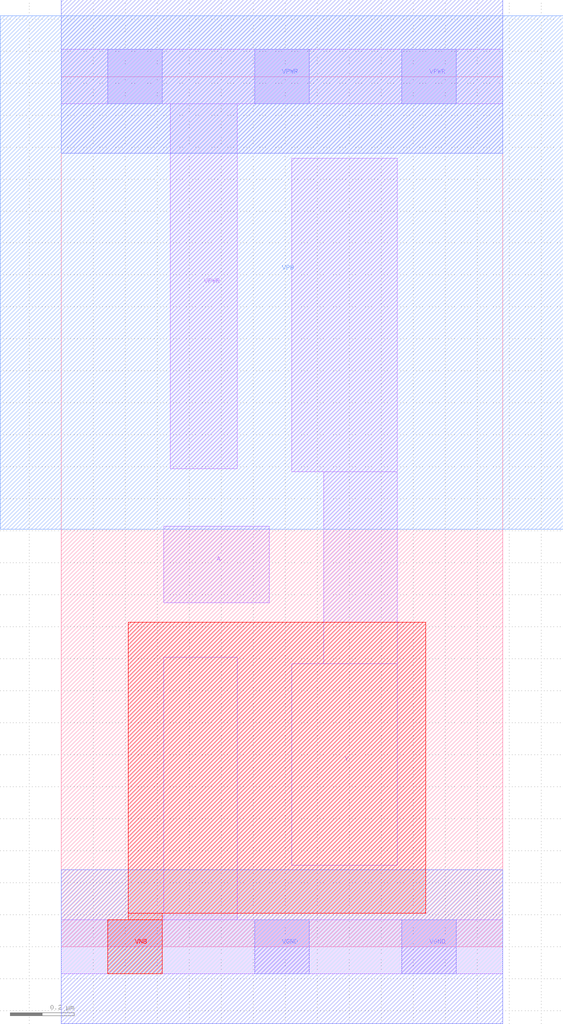
<source format=lef>
VERSION 5.7 ;
  NOWIREEXTENSIONATPIN ON ;
  DIVIDERCHAR "/" ;
  BUSBITCHARS "[]" ;
MACRO sky130_fd_sc_hd__inv_1
  CLASS BLOCK ;
  FOREIGN sky130_fd_sc_hd__inv_1 ;
  ORIGIN 0.000 0.000 ;
  SIZE 1.380 BY 2.720 ;
  PIN Y
    ANTENNADIFFAREA 0.429000 ;
    PORT
      LAYER li1 ;
        RECT 0.720 1.485 1.050 2.465 ;
        RECT 0.820 0.885 1.050 1.485 ;
        RECT 0.720 0.255 1.050 0.885 ;
    END
  END Y
  PIN A
    ANTENNAGATEAREA 0.247500 ;
    PORT
      LAYER li1 ;
        RECT 0.320 1.075 0.650 1.315 ;
    END
  END A
  PIN VPB
    PORT
      LAYER nwell ;
        RECT -0.190 1.305 1.570 2.910 ;
    END
  END VPB
  PIN VNB
    PORT
      LAYER pwell ;
        RECT 0.210 0.105 1.140 1.015 ;
        RECT 0.210 0.085 0.315 0.105 ;
        RECT 0.145 -0.085 0.315 0.085 ;
    END
  END VNB
  PIN VGND
    USE GROUND ;
    PORT
      LAYER li1 ;
        RECT 0.320 0.085 0.550 0.905 ;
        RECT 0.000 -0.085 1.380 0.085 ;
      LAYER mcon ;
        RECT 0.145 -0.085 0.315 0.085 ;
        RECT 0.605 -0.085 0.775 0.085 ;
        RECT 1.065 -0.085 1.235 0.085 ;
      LAYER met1 ;
        RECT 0.000 -0.240 1.380 0.240 ;
    END
  END VGND
  PIN VPWR
    USE POWER ;
    PORT
      LAYER li1 ;
        RECT 0.000 2.635 1.380 2.805 ;
        RECT 0.340 1.495 0.550 2.635 ;
      LAYER mcon ;
        RECT 0.145 2.635 0.315 2.805 ;
        RECT 0.605 2.635 0.775 2.805 ;
        RECT 1.065 2.635 1.235 2.805 ;
      LAYER met1 ;
        RECT 0.000 2.480 1.380 2.960 ;
    END
  END VPWR
END sky130_fd_sc_hd__inv_1
END LIBRARY


</source>
